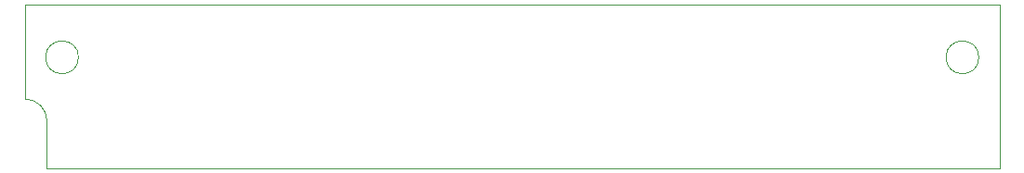
<source format=gbr>
%TF.GenerationSoftware,KiCad,Pcbnew,8.0.6*%
%TF.CreationDate,2024-11-18T20:07:02+11:00*%
%TF.ProjectId,simms,73696d6d-732e-46b6-9963-61645f706362,rev?*%
%TF.SameCoordinates,Original*%
%TF.FileFunction,Profile,NP*%
%FSLAX46Y46*%
G04 Gerber Fmt 4.6, Leading zero omitted, Abs format (unit mm)*
G04 Created by KiCad (PCBNEW 8.0.6) date 2024-11-18 20:07:02*
%MOMM*%
%LPD*%
G01*
G04 APERTURE LIST*
%TA.AperFunction,Profile*%
%ADD10C,0.100000*%
%TD*%
G04 APERTURE END LIST*
D10*
X94907034Y-81005000D02*
G75*
G02*
X91907034Y-81005000I-1500000J0D01*
G01*
X91907034Y-81005000D02*
G75*
G02*
X94907034Y-81005000I1500000J0D01*
G01*
X90027034Y-84815000D02*
G75*
G02*
X92027000Y-86815000I-34J-2000000D01*
G01*
X178827034Y-91165000D02*
X92027034Y-91165000D01*
X176947034Y-81005000D02*
G75*
G02*
X173947034Y-81005000I-1500000J0D01*
G01*
X173947034Y-81005000D02*
G75*
G02*
X176947034Y-81005000I1500000J0D01*
G01*
X92027034Y-91165000D02*
X92027034Y-86815000D01*
X90027034Y-84815000D02*
X90027034Y-76200000D01*
X178827034Y-76200000D02*
X90027034Y-76200000D01*
X178827034Y-91165000D02*
X178827034Y-76200000D01*
M02*

</source>
